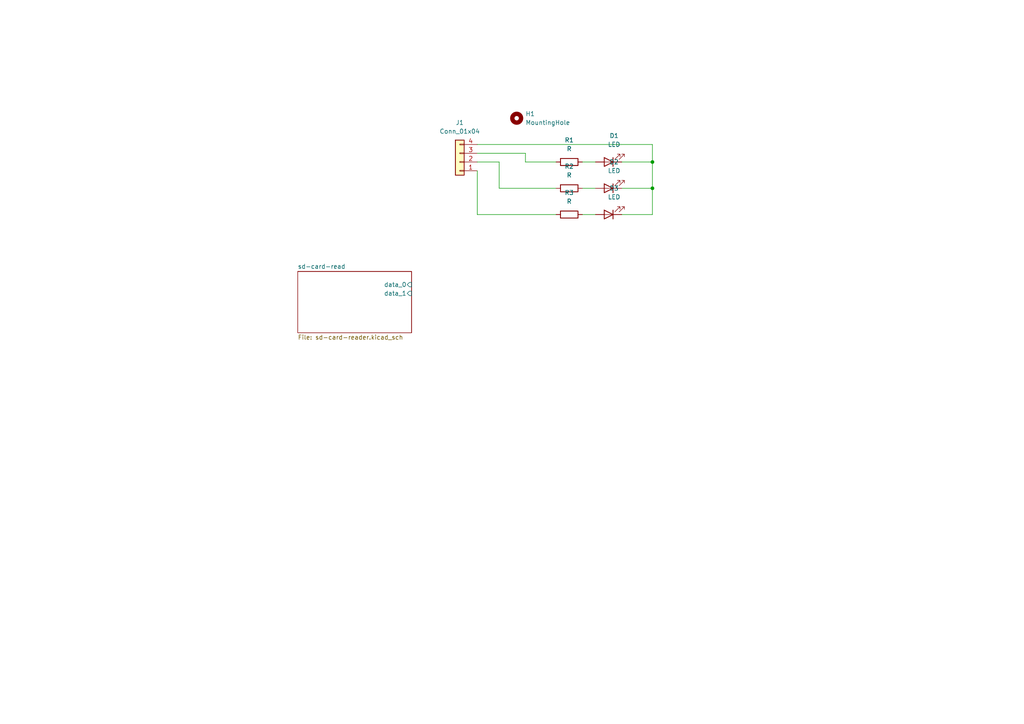
<source format=kicad_sch>
(kicad_sch (version 20230121) (generator eeschema)
  (paper "A4")
  (lib_symbols
    (symbol "Connector_Generic:Conn_01x04" (pin_names (offset 1.016) hide)
      (property "Reference" "J" (at 0 5.08 0))
      (property "Value" "Conn_01x04" (at 0 -7.62 0))
      (symbol "Conn_01x04_1_1"
        (rectangle (start -1.27 -4.953) (end 0 -5.207) (stroke (width 0.1524)))
        (rectangle (start -1.27 -2.413) (end 0 -2.667) (stroke (width 0.1524)))
        (rectangle (start -1.27 0.127) (end 0 -0.127) (stroke (width 0.1524)))
        (rectangle (start -1.27 2.667) (end 0 2.413) (stroke (width 0.1524)))
        (rectangle (start -1.27 3.81) (end 1.27 -6.35) (stroke (width 0.254)) (fill (type background)))
        (pin passive line (at -5.08 2.54 0) (length 3.81) (name "Pin_1") (number "1"))
        (pin passive line (at -5.08 0 0) (length 3.81) (name "Pin_2") (number "2"))
        (pin passive line (at -5.08 -2.54 0) (length 3.81) (name "Pin_3") (number "3"))
        (pin passive line (at -5.08 -5.08 0) (length 3.81) (name "Pin_4") (number "4"))
      )
    )
    (symbol "Device:LED" (pin_numbers hide) (pin_names (offset 1.016) hide)
      (property "Reference" "D" (at 0 2.54 0))
      (property "Value" "LED" (at 0 -2.54 0))
      (symbol "LED_0_1"
        (polyline (pts (xy -1.27 -1.27) (xy -1.27 1.27)) (stroke (width 0.254)))
        (polyline (pts (xy -1.27 0) (xy 1.27 0)))
        (polyline (pts (xy 1.27 -1.27) (xy 1.27 1.27) (xy -1.27 0) (xy 1.27 -1.27)) (stroke (width 0.254)))
        (polyline (pts (xy -3.048 -0.762) (xy -4.572 -2.286) (xy -3.81 -2.286) (xy -4.572 -2.286) (xy -4.572 -1.524)))
        (polyline (pts (xy -1.778 -0.762) (xy -3.302 -2.286) (xy -2.54 -2.286) (xy -3.302 -2.286) (xy -3.302 -1.524)))
      )
      (symbol "LED_1_1"
        (pin passive line (at -3.81 0 0) (length 2.54) (name "K") (number "1"))
        (pin passive line (at 3.81 0 180) (length 2.54) (name "A") (number "2"))
      )
    )
    (symbol "Device:R" (pin_numbers hide) (pin_names (offset 0))
      (property "Reference" "R" (at 2.032 0 90))
      (property "Value" "R" (at 0 0 90))
      (symbol "R_0_1"
        (rectangle (start -1.016 -2.54) (end 1.016 2.54) (stroke (width 0.254)))
      )
      (symbol "R_1_1"
        (pin passive line (at 0 3.81 270) (length 1.27) (name "~") (number "1"))
        (pin passive line (at 0 -3.81 90) (length 1.27) (name "~") (number "2"))
      )
    )
    (symbol "Mechanical:MountingHole" (pin_names (offset 1.016))
      (property "Reference" "H" (at 0 5.08 0))
      (property "Value" "MountingHole" (at 0 3.175 0))
      (symbol "MountingHole_0_1"
        (circle (center 0 0) (radius 1.27) (stroke (width 1.27)))
      )
    )
  )
  (junction (at 189.23 46.99))
  (junction (at 189.23 54.61))
  (wire (pts (xy 168.91 62.23) (xy 172.72 62.23)))
  (wire (pts (xy 138.43 62.23) (xy 161.29 62.23)))
  (wire (pts (xy 189.23 62.23) (xy 189.23 54.61)))
  (wire (pts (xy 144.78 54.61) (xy 161.29 54.61)))
  (wire (pts (xy 144.78 46.99) (xy 144.78 54.61)))
  (wire (pts (xy 168.91 54.61) (xy 172.72 54.61)))
  (wire (pts (xy 138.43 41.91) (xy 189.23 41.91)))
  (wire (pts (xy 152.4 44.45) (xy 152.4 46.99)))
  (wire (pts (xy 189.23 41.91) (xy 189.23 46.99)))
  (wire (pts (xy 180.34 54.61) (xy 189.23 54.61)))
  (wire (pts (xy 168.91 46.99) (xy 172.72 46.99)))
  (wire (pts (xy 138.43 44.45) (xy 152.4 44.45)))
  (wire (pts (xy 152.4 46.99) (xy 161.29 46.99)))
  (wire (pts (xy 180.34 46.99) (xy 189.23 46.99)))
  (wire (pts (xy 189.23 54.61) (xy 189.23 46.99)))
  (wire (pts (xy 138.43 49.53) (xy 138.43 62.23)))
  (wire (pts (xy 180.34 62.23) (xy 189.23 62.23)))
  (wire (pts (xy 138.43 46.99) (xy 144.78 46.99)))
  (symbol (lib_id "Device:R") (at 165.1 54.61 90) (unit 1)
    (property "Reference" "R2" (at 165.1 48.26 90))
    (property "Value" "R" (at 165.1 50.8 90))
    (property "Footprint" "Resistor_THT:R_Axial_DIN0411_L9.9mm_D3.6mm_P12.70mm_Horizontal" (effects hide))
  )
  (symbol (lib_id "Device:LED") (at 176.53 46.99 180) (unit 1)
    (property "Reference" "D1" (at 178.1175 39.37 0))
    (property "Value" "LED" (at 178.1175 41.91 0))
    (property "Footprint" "LED_THT:LED_D3.0mm" (effects hide))
  )
  (symbol (lib_id "Connector_Generic:Conn_01x04") (at 133.35 46.99 180) (unit 1)
    (property "Reference" "J1" (at 133.35 35.56 0))
    (property "Value" "Conn_01x04" (at 133.35 38.1 0))
    (property "Footprint" "Connector_PinHeader_2.00mm:PinHeader_1x04_P2.00mm_Horizontal" (effects hide))
  )
  (symbol (lib_id "Device:LED") (at 176.53 54.61 180) (unit 1)
    (property "Reference" "D2" (at 178.1175 46.99 0))
    (property "Value" "LED" (at 178.1175 49.53 0))
    (property "Footprint" "LED_THT:LED_D3.0mm" (effects hide))
  )
  (symbol (lib_id "Device:R") (at 165.1 46.99 90) (unit 1)
    (property "Reference" "R1" (at 165.1 40.64 90))
    (property "Value" "R" (at 165.1 43.18 90))
    (property "Footprint" "Resistor_THT:R_Axial_DIN0411_L9.9mm_D3.6mm_P12.70mm_Horizontal" (effects hide))
  )
  (symbol (lib_id "Mechanical:MountingHole") (at 149.86 34.29 0) (unit 1)
    (property "Reference" "H1" (at 152.4 33.02 0) (effects (justify left)))
    (property "Value" "MountingHole" (at 152.4 35.56 0) (effects (justify left)))
    (property "Footprint" "MountingHole:MountingHole_2.2mm_M2" (effects hide))
  )
  (symbol (lib_id "Device:R") (at 165.1 62.23 90) (unit 1)
    (property "Reference" "R3" (at 165.1 55.88 90))
    (property "Value" "R" (at 165.1 58.42 90))
    (property "Footprint" "Resistor_THT:R_Axial_DIN0411_L9.9mm_D3.6mm_P12.70mm_Horizontal" (effects hide))
  )
  (symbol (lib_id "Device:LED") (at 176.53 62.23 180) (unit 1)
    (property "Reference" "D3" (at 178.1175 54.61 0))
    (property "Value" "LED" (at 178.1175 57.15 0))
    (property "Footprint" "LED_THT:LED_D3.0mm" (effects hide))
  )
  (sheet (at 86.36 78.74) (size 33.02 17.78) (stroke (width 0.1524))
    (property "Sheetname" "sd-card-read" (at 86.36 78.0284 0) (effects (justify left bottom)))
    (property "Sheetfile" "sd-card-reader.kicad_sch" (at 86.36 97.1046 0) (effects (justify left top)))
    (pin "data_0" input (at 119.38 82.55 0))
    (pin "data_1" input (at 119.38 85.09 0))
  )
)
</source>
